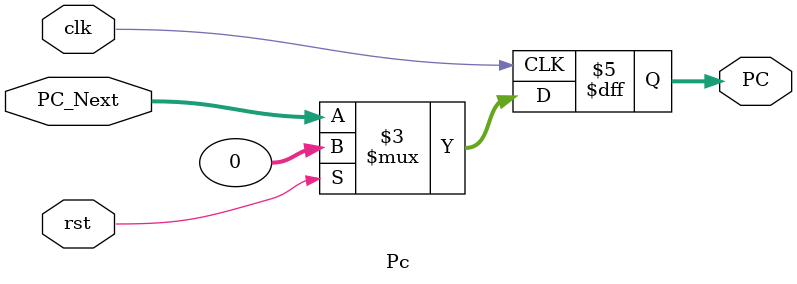
<source format=v>
`timescale 1ns / 1ps
module Pc(clk,rst,PC,PC_Next);
    input clk,rst;
    input [31:0]PC_Next;
    output reg [31:0]PC;

    always @(posedge clk)
    begin
        if(rst)
            PC <= 32'b0;
        else
            PC <= PC_Next;
    end
endmodule
</source>
